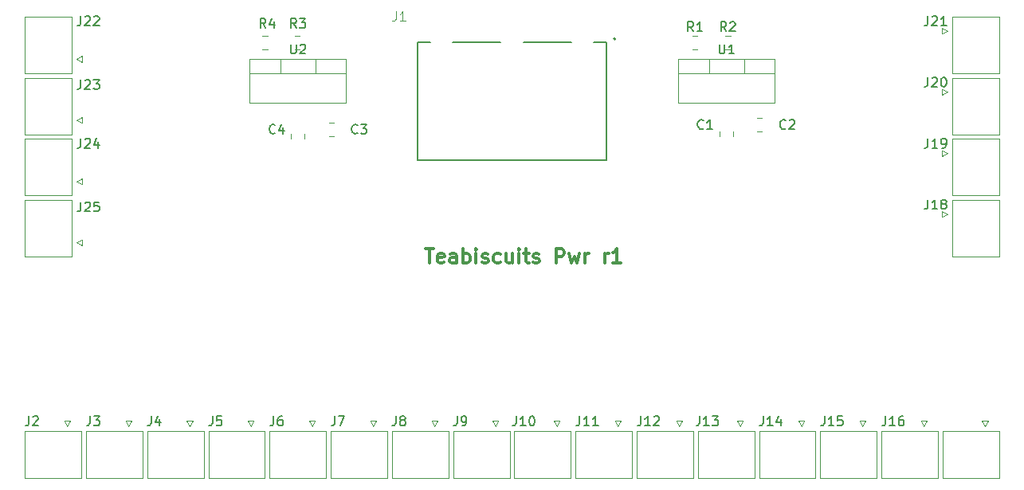
<source format=gto>
G04 #@! TF.GenerationSoftware,KiCad,Pcbnew,5.1.5*
G04 #@! TF.CreationDate,2020-07-12T00:47:12+09:00*
G04 #@! TF.ProjectId,teabiscuits_power,74656162-6973-4637-9569-74735f706f77,rev?*
G04 #@! TF.SameCoordinates,Original*
G04 #@! TF.FileFunction,Legend,Top*
G04 #@! TF.FilePolarity,Positive*
%FSLAX46Y46*%
G04 Gerber Fmt 4.6, Leading zero omitted, Abs format (unit mm)*
G04 Created by KiCad (PCBNEW 5.1.5) date 2020-07-12 00:47:12*
%MOMM*%
%LPD*%
G04 APERTURE LIST*
%ADD10C,0.300000*%
%ADD11C,0.120000*%
%ADD12C,0.127000*%
%ADD13C,0.200000*%
%ADD14C,0.150000*%
%ADD15C,0.015000*%
G04 APERTURE END LIST*
D10*
X141821428Y-92428571D02*
X142678571Y-92428571D01*
X142250000Y-93928571D02*
X142250000Y-92428571D01*
X143750000Y-93857142D02*
X143607142Y-93928571D01*
X143321428Y-93928571D01*
X143178571Y-93857142D01*
X143107142Y-93714285D01*
X143107142Y-93142857D01*
X143178571Y-93000000D01*
X143321428Y-92928571D01*
X143607142Y-92928571D01*
X143750000Y-93000000D01*
X143821428Y-93142857D01*
X143821428Y-93285714D01*
X143107142Y-93428571D01*
X145107142Y-93928571D02*
X145107142Y-93142857D01*
X145035714Y-93000000D01*
X144892857Y-92928571D01*
X144607142Y-92928571D01*
X144464285Y-93000000D01*
X145107142Y-93857142D02*
X144964285Y-93928571D01*
X144607142Y-93928571D01*
X144464285Y-93857142D01*
X144392857Y-93714285D01*
X144392857Y-93571428D01*
X144464285Y-93428571D01*
X144607142Y-93357142D01*
X144964285Y-93357142D01*
X145107142Y-93285714D01*
X145821428Y-93928571D02*
X145821428Y-92428571D01*
X145821428Y-93000000D02*
X145964285Y-92928571D01*
X146250000Y-92928571D01*
X146392857Y-93000000D01*
X146464285Y-93071428D01*
X146535714Y-93214285D01*
X146535714Y-93642857D01*
X146464285Y-93785714D01*
X146392857Y-93857142D01*
X146250000Y-93928571D01*
X145964285Y-93928571D01*
X145821428Y-93857142D01*
X147178571Y-93928571D02*
X147178571Y-92928571D01*
X147178571Y-92428571D02*
X147107142Y-92500000D01*
X147178571Y-92571428D01*
X147250000Y-92500000D01*
X147178571Y-92428571D01*
X147178571Y-92571428D01*
X147821428Y-93857142D02*
X147964285Y-93928571D01*
X148250000Y-93928571D01*
X148392857Y-93857142D01*
X148464285Y-93714285D01*
X148464285Y-93642857D01*
X148392857Y-93500000D01*
X148250000Y-93428571D01*
X148035714Y-93428571D01*
X147892857Y-93357142D01*
X147821428Y-93214285D01*
X147821428Y-93142857D01*
X147892857Y-93000000D01*
X148035714Y-92928571D01*
X148250000Y-92928571D01*
X148392857Y-93000000D01*
X149750000Y-93857142D02*
X149607142Y-93928571D01*
X149321428Y-93928571D01*
X149178571Y-93857142D01*
X149107142Y-93785714D01*
X149035714Y-93642857D01*
X149035714Y-93214285D01*
X149107142Y-93071428D01*
X149178571Y-93000000D01*
X149321428Y-92928571D01*
X149607142Y-92928571D01*
X149750000Y-93000000D01*
X151035714Y-92928571D02*
X151035714Y-93928571D01*
X150392857Y-92928571D02*
X150392857Y-93714285D01*
X150464285Y-93857142D01*
X150607142Y-93928571D01*
X150821428Y-93928571D01*
X150964285Y-93857142D01*
X151035714Y-93785714D01*
X151750000Y-93928571D02*
X151750000Y-92928571D01*
X151750000Y-92428571D02*
X151678571Y-92500000D01*
X151750000Y-92571428D01*
X151821428Y-92500000D01*
X151750000Y-92428571D01*
X151750000Y-92571428D01*
X152250000Y-92928571D02*
X152821428Y-92928571D01*
X152464285Y-92428571D02*
X152464285Y-93714285D01*
X152535714Y-93857142D01*
X152678571Y-93928571D01*
X152821428Y-93928571D01*
X153250000Y-93857142D02*
X153392857Y-93928571D01*
X153678571Y-93928571D01*
X153821428Y-93857142D01*
X153892857Y-93714285D01*
X153892857Y-93642857D01*
X153821428Y-93500000D01*
X153678571Y-93428571D01*
X153464285Y-93428571D01*
X153321428Y-93357142D01*
X153250000Y-93214285D01*
X153250000Y-93142857D01*
X153321428Y-93000000D01*
X153464285Y-92928571D01*
X153678571Y-92928571D01*
X153821428Y-93000000D01*
X155678571Y-93928571D02*
X155678571Y-92428571D01*
X156250000Y-92428571D01*
X156392857Y-92500000D01*
X156464285Y-92571428D01*
X156535714Y-92714285D01*
X156535714Y-92928571D01*
X156464285Y-93071428D01*
X156392857Y-93142857D01*
X156250000Y-93214285D01*
X155678571Y-93214285D01*
X157035714Y-92928571D02*
X157321428Y-93928571D01*
X157607142Y-93214285D01*
X157892857Y-93928571D01*
X158178571Y-92928571D01*
X158750000Y-93928571D02*
X158750000Y-92928571D01*
X158750000Y-93214285D02*
X158821428Y-93071428D01*
X158892857Y-93000000D01*
X159035714Y-92928571D01*
X159178571Y-92928571D01*
X160821428Y-93928571D02*
X160821428Y-92928571D01*
X160821428Y-93214285D02*
X160892857Y-93071428D01*
X160964285Y-93000000D01*
X161107142Y-92928571D01*
X161250000Y-92928571D01*
X162535714Y-93928571D02*
X161678571Y-93928571D01*
X162107142Y-93928571D02*
X162107142Y-92428571D01*
X161964285Y-92642857D01*
X161821428Y-92785714D01*
X161678571Y-92857142D01*
D11*
X130101000Y-72230000D02*
X130101000Y-73740000D01*
X126400000Y-72230000D02*
X126400000Y-73740000D01*
X123130000Y-73740000D02*
X133370000Y-73740000D01*
X133370000Y-72230000D02*
X133370000Y-76871000D01*
X123130000Y-72230000D02*
X123130000Y-76871000D01*
X123130000Y-76871000D02*
X133370000Y-76871000D01*
X123130000Y-72230000D02*
X133370000Y-72230000D01*
X175641000Y-72230000D02*
X175641000Y-73740000D01*
X171940000Y-72230000D02*
X171940000Y-73740000D01*
X168670000Y-73740000D02*
X178910000Y-73740000D01*
X178910000Y-72230000D02*
X178910000Y-76871000D01*
X168670000Y-72230000D02*
X168670000Y-76871000D01*
X168670000Y-76871000D02*
X178910000Y-76871000D01*
X168670000Y-72230000D02*
X178910000Y-72230000D01*
X125008578Y-69790000D02*
X124491422Y-69790000D01*
X125008578Y-71210000D02*
X124491422Y-71210000D01*
X128446078Y-69790000D02*
X127928922Y-69790000D01*
X128446078Y-71210000D02*
X127928922Y-71210000D01*
X173678922Y-71210000D02*
X174196078Y-71210000D01*
X173678922Y-69790000D02*
X174196078Y-69790000D01*
X170178922Y-71210000D02*
X170696078Y-71210000D01*
X170178922Y-69790000D02*
X170696078Y-69790000D01*
X127540000Y-80178922D02*
X127540000Y-80696078D01*
X128960000Y-80178922D02*
X128960000Y-80696078D01*
X131553922Y-80460000D02*
X132071078Y-80460000D01*
X131553922Y-79040000D02*
X132071078Y-79040000D01*
X176991422Y-79960000D02*
X177508578Y-79960000D01*
X176991422Y-78540000D02*
X177508578Y-78540000D01*
X173040000Y-79928922D02*
X173040000Y-80446078D01*
X174460000Y-79928922D02*
X174460000Y-80446078D01*
X99250000Y-93250000D02*
X104250000Y-93250000D01*
X99250000Y-87250000D02*
X99250000Y-93250000D01*
X104250000Y-87250000D02*
X99250000Y-87250000D01*
X104250000Y-93250000D02*
X104250000Y-87250000D01*
X104750000Y-91750000D02*
X105350000Y-92050000D01*
X105350000Y-92050000D02*
X105350000Y-91450000D01*
X105350000Y-91450000D02*
X104750000Y-91750000D01*
X99250000Y-86750000D02*
X104250000Y-86750000D01*
X99250000Y-80750000D02*
X99250000Y-86750000D01*
X104250000Y-80750000D02*
X99250000Y-80750000D01*
X104250000Y-86750000D02*
X104250000Y-80750000D01*
X104750000Y-85250000D02*
X105350000Y-85550000D01*
X105350000Y-85550000D02*
X105350000Y-84950000D01*
X105350000Y-84950000D02*
X104750000Y-85250000D01*
X99250000Y-80250000D02*
X104250000Y-80250000D01*
X99250000Y-74250000D02*
X99250000Y-80250000D01*
X104250000Y-74250000D02*
X99250000Y-74250000D01*
X104250000Y-80250000D02*
X104250000Y-74250000D01*
X104750000Y-78750000D02*
X105350000Y-79050000D01*
X105350000Y-79050000D02*
X105350000Y-78450000D01*
X105350000Y-78450000D02*
X104750000Y-78750000D01*
X99250000Y-73750000D02*
X104250000Y-73750000D01*
X99250000Y-67750000D02*
X99250000Y-73750000D01*
X104250000Y-67750000D02*
X99250000Y-67750000D01*
X104250000Y-73750000D02*
X104250000Y-67750000D01*
X104750000Y-72250000D02*
X105350000Y-72550000D01*
X105350000Y-72550000D02*
X105350000Y-71950000D01*
X105350000Y-71950000D02*
X104750000Y-72250000D01*
X202750000Y-67750000D02*
X197750000Y-67750000D01*
X202750000Y-73750000D02*
X202750000Y-67750000D01*
X197750000Y-73750000D02*
X202750000Y-73750000D01*
X197750000Y-67750000D02*
X197750000Y-73750000D01*
X197250000Y-69250000D02*
X196650000Y-68950000D01*
X196650000Y-68950000D02*
X196650000Y-69550000D01*
X196650000Y-69550000D02*
X197250000Y-69250000D01*
X202750000Y-74250000D02*
X197750000Y-74250000D01*
X202750000Y-80250000D02*
X202750000Y-74250000D01*
X197750000Y-80250000D02*
X202750000Y-80250000D01*
X197750000Y-74250000D02*
X197750000Y-80250000D01*
X197250000Y-75750000D02*
X196650000Y-75450000D01*
X196650000Y-75450000D02*
X196650000Y-76050000D01*
X196650000Y-76050000D02*
X197250000Y-75750000D01*
X202750000Y-80750000D02*
X197750000Y-80750000D01*
X202750000Y-86750000D02*
X202750000Y-80750000D01*
X197750000Y-86750000D02*
X202750000Y-86750000D01*
X197750000Y-80750000D02*
X197750000Y-86750000D01*
X197250000Y-82250000D02*
X196650000Y-81950000D01*
X196650000Y-81950000D02*
X196650000Y-82550000D01*
X196650000Y-82550000D02*
X197250000Y-82250000D01*
X202750000Y-87250000D02*
X197750000Y-87250000D01*
X202750000Y-93250000D02*
X202750000Y-87250000D01*
X197750000Y-93250000D02*
X202750000Y-93250000D01*
X197750000Y-87250000D02*
X197750000Y-93250000D01*
X197250000Y-88750000D02*
X196650000Y-88450000D01*
X196650000Y-88450000D02*
X196650000Y-89050000D01*
X196650000Y-89050000D02*
X197250000Y-88750000D01*
X202750000Y-116750000D02*
X202750000Y-111750000D01*
X196750000Y-116750000D02*
X202750000Y-116750000D01*
X196750000Y-111750000D02*
X196750000Y-116750000D01*
X202750000Y-111750000D02*
X196750000Y-111750000D01*
X201250000Y-111250000D02*
X201550000Y-110650000D01*
X201550000Y-110650000D02*
X200950000Y-110650000D01*
X200950000Y-110650000D02*
X201250000Y-111250000D01*
X196250000Y-116750000D02*
X196250000Y-111750000D01*
X190250000Y-116750000D02*
X196250000Y-116750000D01*
X190250000Y-111750000D02*
X190250000Y-116750000D01*
X196250000Y-111750000D02*
X190250000Y-111750000D01*
X194750000Y-111250000D02*
X195050000Y-110650000D01*
X195050000Y-110650000D02*
X194450000Y-110650000D01*
X194450000Y-110650000D02*
X194750000Y-111250000D01*
X189750000Y-116750000D02*
X189750000Y-111750000D01*
X183750000Y-116750000D02*
X189750000Y-116750000D01*
X183750000Y-111750000D02*
X183750000Y-116750000D01*
X189750000Y-111750000D02*
X183750000Y-111750000D01*
X188250000Y-111250000D02*
X188550000Y-110650000D01*
X188550000Y-110650000D02*
X187950000Y-110650000D01*
X187950000Y-110650000D02*
X188250000Y-111250000D01*
X183250000Y-116750000D02*
X183250000Y-111750000D01*
X177250000Y-116750000D02*
X183250000Y-116750000D01*
X177250000Y-111750000D02*
X177250000Y-116750000D01*
X183250000Y-111750000D02*
X177250000Y-111750000D01*
X181750000Y-111250000D02*
X182050000Y-110650000D01*
X182050000Y-110650000D02*
X181450000Y-110650000D01*
X181450000Y-110650000D02*
X181750000Y-111250000D01*
X176750000Y-116750000D02*
X176750000Y-111750000D01*
X170750000Y-116750000D02*
X176750000Y-116750000D01*
X170750000Y-111750000D02*
X170750000Y-116750000D01*
X176750000Y-111750000D02*
X170750000Y-111750000D01*
X175250000Y-111250000D02*
X175550000Y-110650000D01*
X175550000Y-110650000D02*
X174950000Y-110650000D01*
X174950000Y-110650000D02*
X175250000Y-111250000D01*
X170250000Y-116750000D02*
X170250000Y-111750000D01*
X164250000Y-116750000D02*
X170250000Y-116750000D01*
X164250000Y-111750000D02*
X164250000Y-116750000D01*
X170250000Y-111750000D02*
X164250000Y-111750000D01*
X168750000Y-111250000D02*
X169050000Y-110650000D01*
X169050000Y-110650000D02*
X168450000Y-110650000D01*
X168450000Y-110650000D02*
X168750000Y-111250000D01*
X163750000Y-116750000D02*
X163750000Y-111750000D01*
X157750000Y-116750000D02*
X163750000Y-116750000D01*
X157750000Y-111750000D02*
X157750000Y-116750000D01*
X163750000Y-111750000D02*
X157750000Y-111750000D01*
X162250000Y-111250000D02*
X162550000Y-110650000D01*
X162550000Y-110650000D02*
X161950000Y-110650000D01*
X161950000Y-110650000D02*
X162250000Y-111250000D01*
X157250000Y-116750000D02*
X157250000Y-111750000D01*
X151250000Y-116750000D02*
X157250000Y-116750000D01*
X151250000Y-111750000D02*
X151250000Y-116750000D01*
X157250000Y-111750000D02*
X151250000Y-111750000D01*
X155750000Y-111250000D02*
X156050000Y-110650000D01*
X156050000Y-110650000D02*
X155450000Y-110650000D01*
X155450000Y-110650000D02*
X155750000Y-111250000D01*
X150750000Y-116750000D02*
X150750000Y-111750000D01*
X144750000Y-116750000D02*
X150750000Y-116750000D01*
X144750000Y-111750000D02*
X144750000Y-116750000D01*
X150750000Y-111750000D02*
X144750000Y-111750000D01*
X149250000Y-111250000D02*
X149550000Y-110650000D01*
X149550000Y-110650000D02*
X148950000Y-110650000D01*
X148950000Y-110650000D02*
X149250000Y-111250000D01*
X144250000Y-116750000D02*
X144250000Y-111750000D01*
X138250000Y-116750000D02*
X144250000Y-116750000D01*
X138250000Y-111750000D02*
X138250000Y-116750000D01*
X144250000Y-111750000D02*
X138250000Y-111750000D01*
X142750000Y-111250000D02*
X143050000Y-110650000D01*
X143050000Y-110650000D02*
X142450000Y-110650000D01*
X142450000Y-110650000D02*
X142750000Y-111250000D01*
X137750000Y-116750000D02*
X137750000Y-111750000D01*
X131750000Y-116750000D02*
X137750000Y-116750000D01*
X131750000Y-111750000D02*
X131750000Y-116750000D01*
X137750000Y-111750000D02*
X131750000Y-111750000D01*
X136250000Y-111250000D02*
X136550000Y-110650000D01*
X136550000Y-110650000D02*
X135950000Y-110650000D01*
X135950000Y-110650000D02*
X136250000Y-111250000D01*
X131250000Y-116750000D02*
X131250000Y-111750000D01*
X125250000Y-116750000D02*
X131250000Y-116750000D01*
X125250000Y-111750000D02*
X125250000Y-116750000D01*
X131250000Y-111750000D02*
X125250000Y-111750000D01*
X129750000Y-111250000D02*
X130050000Y-110650000D01*
X130050000Y-110650000D02*
X129450000Y-110650000D01*
X129450000Y-110650000D02*
X129750000Y-111250000D01*
X124750000Y-116750000D02*
X124750000Y-111750000D01*
X118750000Y-116750000D02*
X124750000Y-116750000D01*
X118750000Y-111750000D02*
X118750000Y-116750000D01*
X124750000Y-111750000D02*
X118750000Y-111750000D01*
X123250000Y-111250000D02*
X123550000Y-110650000D01*
X123550000Y-110650000D02*
X122950000Y-110650000D01*
X122950000Y-110650000D02*
X123250000Y-111250000D01*
X118250000Y-116750000D02*
X118250000Y-111750000D01*
X112250000Y-116750000D02*
X118250000Y-116750000D01*
X112250000Y-111750000D02*
X112250000Y-116750000D01*
X118250000Y-111750000D02*
X112250000Y-111750000D01*
X116750000Y-111250000D02*
X117050000Y-110650000D01*
X117050000Y-110650000D02*
X116450000Y-110650000D01*
X116450000Y-110650000D02*
X116750000Y-111250000D01*
X111750000Y-116750000D02*
X111750000Y-111750000D01*
X105750000Y-116750000D02*
X111750000Y-116750000D01*
X105750000Y-111750000D02*
X105750000Y-116750000D01*
X111750000Y-111750000D02*
X105750000Y-111750000D01*
X110250000Y-111250000D02*
X110550000Y-110650000D01*
X110550000Y-110650000D02*
X109950000Y-110650000D01*
X109950000Y-110650000D02*
X110250000Y-111250000D01*
X105250000Y-116750000D02*
X105250000Y-111750000D01*
X99250000Y-116750000D02*
X105250000Y-116750000D01*
X99250000Y-111750000D02*
X99250000Y-116750000D01*
X105250000Y-111750000D02*
X99250000Y-111750000D01*
X103750000Y-111250000D02*
X104050000Y-110650000D01*
X104050000Y-110650000D02*
X103450000Y-110650000D01*
X103450000Y-110650000D02*
X103750000Y-111250000D01*
D12*
X161000000Y-70500000D02*
X159700000Y-70500000D01*
X152200000Y-70500000D02*
X157300000Y-70500000D01*
X144700000Y-70500000D02*
X149800000Y-70500000D01*
X141000000Y-70500000D02*
X142300000Y-70500000D01*
D13*
X162000000Y-70100000D02*
G75*
G03X162000000Y-70100000I-100000J0D01*
G01*
D12*
X161000000Y-83000000D02*
X161000000Y-70500000D01*
X141000000Y-83000000D02*
X161000000Y-83000000D01*
X141000000Y-70500000D02*
X141000000Y-83000000D01*
D14*
X127488095Y-70682380D02*
X127488095Y-71491904D01*
X127535714Y-71587142D01*
X127583333Y-71634761D01*
X127678571Y-71682380D01*
X127869047Y-71682380D01*
X127964285Y-71634761D01*
X128011904Y-71587142D01*
X128059523Y-71491904D01*
X128059523Y-70682380D01*
X128488095Y-70777619D02*
X128535714Y-70730000D01*
X128630952Y-70682380D01*
X128869047Y-70682380D01*
X128964285Y-70730000D01*
X129011904Y-70777619D01*
X129059523Y-70872857D01*
X129059523Y-70968095D01*
X129011904Y-71110952D01*
X128440476Y-71682380D01*
X129059523Y-71682380D01*
X173028095Y-70682380D02*
X173028095Y-71491904D01*
X173075714Y-71587142D01*
X173123333Y-71634761D01*
X173218571Y-71682380D01*
X173409047Y-71682380D01*
X173504285Y-71634761D01*
X173551904Y-71587142D01*
X173599523Y-71491904D01*
X173599523Y-70682380D01*
X174599523Y-71682380D02*
X174028095Y-71682380D01*
X174313809Y-71682380D02*
X174313809Y-70682380D01*
X174218571Y-70825238D01*
X174123333Y-70920476D01*
X174028095Y-70968095D01*
X124833333Y-68952380D02*
X124500000Y-68476190D01*
X124261904Y-68952380D02*
X124261904Y-67952380D01*
X124642857Y-67952380D01*
X124738095Y-68000000D01*
X124785714Y-68047619D01*
X124833333Y-68142857D01*
X124833333Y-68285714D01*
X124785714Y-68380952D01*
X124738095Y-68428571D01*
X124642857Y-68476190D01*
X124261904Y-68476190D01*
X125690476Y-68285714D02*
X125690476Y-68952380D01*
X125452380Y-67904761D02*
X125214285Y-68619047D01*
X125833333Y-68619047D01*
X128083333Y-68952380D02*
X127750000Y-68476190D01*
X127511904Y-68952380D02*
X127511904Y-67952380D01*
X127892857Y-67952380D01*
X127988095Y-68000000D01*
X128035714Y-68047619D01*
X128083333Y-68142857D01*
X128083333Y-68285714D01*
X128035714Y-68380952D01*
X127988095Y-68428571D01*
X127892857Y-68476190D01*
X127511904Y-68476190D01*
X128416666Y-67952380D02*
X129035714Y-67952380D01*
X128702380Y-68333333D01*
X128845238Y-68333333D01*
X128940476Y-68380952D01*
X128988095Y-68428571D01*
X129035714Y-68523809D01*
X129035714Y-68761904D01*
X128988095Y-68857142D01*
X128940476Y-68904761D01*
X128845238Y-68952380D01*
X128559523Y-68952380D01*
X128464285Y-68904761D01*
X128416666Y-68857142D01*
X173770833Y-69302380D02*
X173437500Y-68826190D01*
X173199404Y-69302380D02*
X173199404Y-68302380D01*
X173580357Y-68302380D01*
X173675595Y-68350000D01*
X173723214Y-68397619D01*
X173770833Y-68492857D01*
X173770833Y-68635714D01*
X173723214Y-68730952D01*
X173675595Y-68778571D01*
X173580357Y-68826190D01*
X173199404Y-68826190D01*
X174151785Y-68397619D02*
X174199404Y-68350000D01*
X174294642Y-68302380D01*
X174532738Y-68302380D01*
X174627976Y-68350000D01*
X174675595Y-68397619D01*
X174723214Y-68492857D01*
X174723214Y-68588095D01*
X174675595Y-68730952D01*
X174104166Y-69302380D01*
X174723214Y-69302380D01*
X170270833Y-69302380D02*
X169937500Y-68826190D01*
X169699404Y-69302380D02*
X169699404Y-68302380D01*
X170080357Y-68302380D01*
X170175595Y-68350000D01*
X170223214Y-68397619D01*
X170270833Y-68492857D01*
X170270833Y-68635714D01*
X170223214Y-68730952D01*
X170175595Y-68778571D01*
X170080357Y-68826190D01*
X169699404Y-68826190D01*
X171223214Y-69302380D02*
X170651785Y-69302380D01*
X170937500Y-69302380D02*
X170937500Y-68302380D01*
X170842261Y-68445238D01*
X170747023Y-68540476D01*
X170651785Y-68588095D01*
X125833333Y-80107142D02*
X125785714Y-80154761D01*
X125642857Y-80202380D01*
X125547619Y-80202380D01*
X125404761Y-80154761D01*
X125309523Y-80059523D01*
X125261904Y-79964285D01*
X125214285Y-79773809D01*
X125214285Y-79630952D01*
X125261904Y-79440476D01*
X125309523Y-79345238D01*
X125404761Y-79250000D01*
X125547619Y-79202380D01*
X125642857Y-79202380D01*
X125785714Y-79250000D01*
X125833333Y-79297619D01*
X126690476Y-79535714D02*
X126690476Y-80202380D01*
X126452380Y-79154761D02*
X126214285Y-79869047D01*
X126833333Y-79869047D01*
X134583333Y-80107142D02*
X134535714Y-80154761D01*
X134392857Y-80202380D01*
X134297619Y-80202380D01*
X134154761Y-80154761D01*
X134059523Y-80059523D01*
X134011904Y-79964285D01*
X133964285Y-79773809D01*
X133964285Y-79630952D01*
X134011904Y-79440476D01*
X134059523Y-79345238D01*
X134154761Y-79250000D01*
X134297619Y-79202380D01*
X134392857Y-79202380D01*
X134535714Y-79250000D01*
X134583333Y-79297619D01*
X134916666Y-79202380D02*
X135535714Y-79202380D01*
X135202380Y-79583333D01*
X135345238Y-79583333D01*
X135440476Y-79630952D01*
X135488095Y-79678571D01*
X135535714Y-79773809D01*
X135535714Y-80011904D01*
X135488095Y-80107142D01*
X135440476Y-80154761D01*
X135345238Y-80202380D01*
X135059523Y-80202380D01*
X134964285Y-80154761D01*
X134916666Y-80107142D01*
X180083333Y-79607142D02*
X180035714Y-79654761D01*
X179892857Y-79702380D01*
X179797619Y-79702380D01*
X179654761Y-79654761D01*
X179559523Y-79559523D01*
X179511904Y-79464285D01*
X179464285Y-79273809D01*
X179464285Y-79130952D01*
X179511904Y-78940476D01*
X179559523Y-78845238D01*
X179654761Y-78750000D01*
X179797619Y-78702380D01*
X179892857Y-78702380D01*
X180035714Y-78750000D01*
X180083333Y-78797619D01*
X180464285Y-78797619D02*
X180511904Y-78750000D01*
X180607142Y-78702380D01*
X180845238Y-78702380D01*
X180940476Y-78750000D01*
X180988095Y-78797619D01*
X181035714Y-78892857D01*
X181035714Y-78988095D01*
X180988095Y-79130952D01*
X180416666Y-79702380D01*
X181035714Y-79702380D01*
X171333333Y-79607142D02*
X171285714Y-79654761D01*
X171142857Y-79702380D01*
X171047619Y-79702380D01*
X170904761Y-79654761D01*
X170809523Y-79559523D01*
X170761904Y-79464285D01*
X170714285Y-79273809D01*
X170714285Y-79130952D01*
X170761904Y-78940476D01*
X170809523Y-78845238D01*
X170904761Y-78750000D01*
X171047619Y-78702380D01*
X171142857Y-78702380D01*
X171285714Y-78750000D01*
X171333333Y-78797619D01*
X172285714Y-79702380D02*
X171714285Y-79702380D01*
X172000000Y-79702380D02*
X172000000Y-78702380D01*
X171904761Y-78845238D01*
X171809523Y-78940476D01*
X171714285Y-78988095D01*
X105190476Y-87452380D02*
X105190476Y-88166666D01*
X105142857Y-88309523D01*
X105047619Y-88404761D01*
X104904761Y-88452380D01*
X104809523Y-88452380D01*
X105619047Y-87547619D02*
X105666666Y-87500000D01*
X105761904Y-87452380D01*
X106000000Y-87452380D01*
X106095238Y-87500000D01*
X106142857Y-87547619D01*
X106190476Y-87642857D01*
X106190476Y-87738095D01*
X106142857Y-87880952D01*
X105571428Y-88452380D01*
X106190476Y-88452380D01*
X107095238Y-87452380D02*
X106619047Y-87452380D01*
X106571428Y-87928571D01*
X106619047Y-87880952D01*
X106714285Y-87833333D01*
X106952380Y-87833333D01*
X107047619Y-87880952D01*
X107095238Y-87928571D01*
X107142857Y-88023809D01*
X107142857Y-88261904D01*
X107095238Y-88357142D01*
X107047619Y-88404761D01*
X106952380Y-88452380D01*
X106714285Y-88452380D01*
X106619047Y-88404761D01*
X106571428Y-88357142D01*
X105190476Y-80702380D02*
X105190476Y-81416666D01*
X105142857Y-81559523D01*
X105047619Y-81654761D01*
X104904761Y-81702380D01*
X104809523Y-81702380D01*
X105619047Y-80797619D02*
X105666666Y-80750000D01*
X105761904Y-80702380D01*
X106000000Y-80702380D01*
X106095238Y-80750000D01*
X106142857Y-80797619D01*
X106190476Y-80892857D01*
X106190476Y-80988095D01*
X106142857Y-81130952D01*
X105571428Y-81702380D01*
X106190476Y-81702380D01*
X107047619Y-81035714D02*
X107047619Y-81702380D01*
X106809523Y-80654761D02*
X106571428Y-81369047D01*
X107190476Y-81369047D01*
X105190476Y-74452380D02*
X105190476Y-75166666D01*
X105142857Y-75309523D01*
X105047619Y-75404761D01*
X104904761Y-75452380D01*
X104809523Y-75452380D01*
X105619047Y-74547619D02*
X105666666Y-74500000D01*
X105761904Y-74452380D01*
X106000000Y-74452380D01*
X106095238Y-74500000D01*
X106142857Y-74547619D01*
X106190476Y-74642857D01*
X106190476Y-74738095D01*
X106142857Y-74880952D01*
X105571428Y-75452380D01*
X106190476Y-75452380D01*
X106523809Y-74452380D02*
X107142857Y-74452380D01*
X106809523Y-74833333D01*
X106952380Y-74833333D01*
X107047619Y-74880952D01*
X107095238Y-74928571D01*
X107142857Y-75023809D01*
X107142857Y-75261904D01*
X107095238Y-75357142D01*
X107047619Y-75404761D01*
X106952380Y-75452380D01*
X106666666Y-75452380D01*
X106571428Y-75404761D01*
X106523809Y-75357142D01*
X105190476Y-67702380D02*
X105190476Y-68416666D01*
X105142857Y-68559523D01*
X105047619Y-68654761D01*
X104904761Y-68702380D01*
X104809523Y-68702380D01*
X105619047Y-67797619D02*
X105666666Y-67750000D01*
X105761904Y-67702380D01*
X106000000Y-67702380D01*
X106095238Y-67750000D01*
X106142857Y-67797619D01*
X106190476Y-67892857D01*
X106190476Y-67988095D01*
X106142857Y-68130952D01*
X105571428Y-68702380D01*
X106190476Y-68702380D01*
X106571428Y-67797619D02*
X106619047Y-67750000D01*
X106714285Y-67702380D01*
X106952380Y-67702380D01*
X107047619Y-67750000D01*
X107095238Y-67797619D01*
X107142857Y-67892857D01*
X107142857Y-67988095D01*
X107095238Y-68130952D01*
X106523809Y-68702380D01*
X107142857Y-68702380D01*
X195190476Y-67702380D02*
X195190476Y-68416666D01*
X195142857Y-68559523D01*
X195047619Y-68654761D01*
X194904761Y-68702380D01*
X194809523Y-68702380D01*
X195619047Y-67797619D02*
X195666666Y-67750000D01*
X195761904Y-67702380D01*
X196000000Y-67702380D01*
X196095238Y-67750000D01*
X196142857Y-67797619D01*
X196190476Y-67892857D01*
X196190476Y-67988095D01*
X196142857Y-68130952D01*
X195571428Y-68702380D01*
X196190476Y-68702380D01*
X197142857Y-68702380D02*
X196571428Y-68702380D01*
X196857142Y-68702380D02*
X196857142Y-67702380D01*
X196761904Y-67845238D01*
X196666666Y-67940476D01*
X196571428Y-67988095D01*
X195190476Y-74202380D02*
X195190476Y-74916666D01*
X195142857Y-75059523D01*
X195047619Y-75154761D01*
X194904761Y-75202380D01*
X194809523Y-75202380D01*
X195619047Y-74297619D02*
X195666666Y-74250000D01*
X195761904Y-74202380D01*
X196000000Y-74202380D01*
X196095238Y-74250000D01*
X196142857Y-74297619D01*
X196190476Y-74392857D01*
X196190476Y-74488095D01*
X196142857Y-74630952D01*
X195571428Y-75202380D01*
X196190476Y-75202380D01*
X196809523Y-74202380D02*
X196904761Y-74202380D01*
X197000000Y-74250000D01*
X197047619Y-74297619D01*
X197095238Y-74392857D01*
X197142857Y-74583333D01*
X197142857Y-74821428D01*
X197095238Y-75011904D01*
X197047619Y-75107142D01*
X197000000Y-75154761D01*
X196904761Y-75202380D01*
X196809523Y-75202380D01*
X196714285Y-75154761D01*
X196666666Y-75107142D01*
X196619047Y-75011904D01*
X196571428Y-74821428D01*
X196571428Y-74583333D01*
X196619047Y-74392857D01*
X196666666Y-74297619D01*
X196714285Y-74250000D01*
X196809523Y-74202380D01*
X195190476Y-80702380D02*
X195190476Y-81416666D01*
X195142857Y-81559523D01*
X195047619Y-81654761D01*
X194904761Y-81702380D01*
X194809523Y-81702380D01*
X196190476Y-81702380D02*
X195619047Y-81702380D01*
X195904761Y-81702380D02*
X195904761Y-80702380D01*
X195809523Y-80845238D01*
X195714285Y-80940476D01*
X195619047Y-80988095D01*
X196666666Y-81702380D02*
X196857142Y-81702380D01*
X196952380Y-81654761D01*
X197000000Y-81607142D01*
X197095238Y-81464285D01*
X197142857Y-81273809D01*
X197142857Y-80892857D01*
X197095238Y-80797619D01*
X197047619Y-80750000D01*
X196952380Y-80702380D01*
X196761904Y-80702380D01*
X196666666Y-80750000D01*
X196619047Y-80797619D01*
X196571428Y-80892857D01*
X196571428Y-81130952D01*
X196619047Y-81226190D01*
X196666666Y-81273809D01*
X196761904Y-81321428D01*
X196952380Y-81321428D01*
X197047619Y-81273809D01*
X197095238Y-81226190D01*
X197142857Y-81130952D01*
X195190476Y-87202380D02*
X195190476Y-87916666D01*
X195142857Y-88059523D01*
X195047619Y-88154761D01*
X194904761Y-88202380D01*
X194809523Y-88202380D01*
X196190476Y-88202380D02*
X195619047Y-88202380D01*
X195904761Y-88202380D02*
X195904761Y-87202380D01*
X195809523Y-87345238D01*
X195714285Y-87440476D01*
X195619047Y-87488095D01*
X196761904Y-87630952D02*
X196666666Y-87583333D01*
X196619047Y-87535714D01*
X196571428Y-87440476D01*
X196571428Y-87392857D01*
X196619047Y-87297619D01*
X196666666Y-87250000D01*
X196761904Y-87202380D01*
X196952380Y-87202380D01*
X197047619Y-87250000D01*
X197095238Y-87297619D01*
X197142857Y-87392857D01*
X197142857Y-87440476D01*
X197095238Y-87535714D01*
X197047619Y-87583333D01*
X196952380Y-87630952D01*
X196761904Y-87630952D01*
X196666666Y-87678571D01*
X196619047Y-87726190D01*
X196571428Y-87821428D01*
X196571428Y-88011904D01*
X196619047Y-88107142D01*
X196666666Y-88154761D01*
X196761904Y-88202380D01*
X196952380Y-88202380D01*
X197047619Y-88154761D01*
X197095238Y-88107142D01*
X197142857Y-88011904D01*
X197142857Y-87821428D01*
X197095238Y-87726190D01*
X197047619Y-87678571D01*
X196952380Y-87630952D01*
X190690476Y-110202380D02*
X190690476Y-110916666D01*
X190642857Y-111059523D01*
X190547619Y-111154761D01*
X190404761Y-111202380D01*
X190309523Y-111202380D01*
X191690476Y-111202380D02*
X191119047Y-111202380D01*
X191404761Y-111202380D02*
X191404761Y-110202380D01*
X191309523Y-110345238D01*
X191214285Y-110440476D01*
X191119047Y-110488095D01*
X192547619Y-110202380D02*
X192357142Y-110202380D01*
X192261904Y-110250000D01*
X192214285Y-110297619D01*
X192119047Y-110440476D01*
X192071428Y-110630952D01*
X192071428Y-111011904D01*
X192119047Y-111107142D01*
X192166666Y-111154761D01*
X192261904Y-111202380D01*
X192452380Y-111202380D01*
X192547619Y-111154761D01*
X192595238Y-111107142D01*
X192642857Y-111011904D01*
X192642857Y-110773809D01*
X192595238Y-110678571D01*
X192547619Y-110630952D01*
X192452380Y-110583333D01*
X192261904Y-110583333D01*
X192166666Y-110630952D01*
X192119047Y-110678571D01*
X192071428Y-110773809D01*
X184190476Y-110202380D02*
X184190476Y-110916666D01*
X184142857Y-111059523D01*
X184047619Y-111154761D01*
X183904761Y-111202380D01*
X183809523Y-111202380D01*
X185190476Y-111202380D02*
X184619047Y-111202380D01*
X184904761Y-111202380D02*
X184904761Y-110202380D01*
X184809523Y-110345238D01*
X184714285Y-110440476D01*
X184619047Y-110488095D01*
X186095238Y-110202380D02*
X185619047Y-110202380D01*
X185571428Y-110678571D01*
X185619047Y-110630952D01*
X185714285Y-110583333D01*
X185952380Y-110583333D01*
X186047619Y-110630952D01*
X186095238Y-110678571D01*
X186142857Y-110773809D01*
X186142857Y-111011904D01*
X186095238Y-111107142D01*
X186047619Y-111154761D01*
X185952380Y-111202380D01*
X185714285Y-111202380D01*
X185619047Y-111154761D01*
X185571428Y-111107142D01*
X177690476Y-110202380D02*
X177690476Y-110916666D01*
X177642857Y-111059523D01*
X177547619Y-111154761D01*
X177404761Y-111202380D01*
X177309523Y-111202380D01*
X178690476Y-111202380D02*
X178119047Y-111202380D01*
X178404761Y-111202380D02*
X178404761Y-110202380D01*
X178309523Y-110345238D01*
X178214285Y-110440476D01*
X178119047Y-110488095D01*
X179547619Y-110535714D02*
X179547619Y-111202380D01*
X179309523Y-110154761D02*
X179071428Y-110869047D01*
X179690476Y-110869047D01*
X170940476Y-110202380D02*
X170940476Y-110916666D01*
X170892857Y-111059523D01*
X170797619Y-111154761D01*
X170654761Y-111202380D01*
X170559523Y-111202380D01*
X171940476Y-111202380D02*
X171369047Y-111202380D01*
X171654761Y-111202380D02*
X171654761Y-110202380D01*
X171559523Y-110345238D01*
X171464285Y-110440476D01*
X171369047Y-110488095D01*
X172273809Y-110202380D02*
X172892857Y-110202380D01*
X172559523Y-110583333D01*
X172702380Y-110583333D01*
X172797619Y-110630952D01*
X172845238Y-110678571D01*
X172892857Y-110773809D01*
X172892857Y-111011904D01*
X172845238Y-111107142D01*
X172797619Y-111154761D01*
X172702380Y-111202380D01*
X172416666Y-111202380D01*
X172321428Y-111154761D01*
X172273809Y-111107142D01*
X164690476Y-110202380D02*
X164690476Y-110916666D01*
X164642857Y-111059523D01*
X164547619Y-111154761D01*
X164404761Y-111202380D01*
X164309523Y-111202380D01*
X165690476Y-111202380D02*
X165119047Y-111202380D01*
X165404761Y-111202380D02*
X165404761Y-110202380D01*
X165309523Y-110345238D01*
X165214285Y-110440476D01*
X165119047Y-110488095D01*
X166071428Y-110297619D02*
X166119047Y-110250000D01*
X166214285Y-110202380D01*
X166452380Y-110202380D01*
X166547619Y-110250000D01*
X166595238Y-110297619D01*
X166642857Y-110392857D01*
X166642857Y-110488095D01*
X166595238Y-110630952D01*
X166023809Y-111202380D01*
X166642857Y-111202380D01*
X158190476Y-110202380D02*
X158190476Y-110916666D01*
X158142857Y-111059523D01*
X158047619Y-111154761D01*
X157904761Y-111202380D01*
X157809523Y-111202380D01*
X159190476Y-111202380D02*
X158619047Y-111202380D01*
X158904761Y-111202380D02*
X158904761Y-110202380D01*
X158809523Y-110345238D01*
X158714285Y-110440476D01*
X158619047Y-110488095D01*
X160142857Y-111202380D02*
X159571428Y-111202380D01*
X159857142Y-111202380D02*
X159857142Y-110202380D01*
X159761904Y-110345238D01*
X159666666Y-110440476D01*
X159571428Y-110488095D01*
X151440476Y-110202380D02*
X151440476Y-110916666D01*
X151392857Y-111059523D01*
X151297619Y-111154761D01*
X151154761Y-111202380D01*
X151059523Y-111202380D01*
X152440476Y-111202380D02*
X151869047Y-111202380D01*
X152154761Y-111202380D02*
X152154761Y-110202380D01*
X152059523Y-110345238D01*
X151964285Y-110440476D01*
X151869047Y-110488095D01*
X153059523Y-110202380D02*
X153154761Y-110202380D01*
X153250000Y-110250000D01*
X153297619Y-110297619D01*
X153345238Y-110392857D01*
X153392857Y-110583333D01*
X153392857Y-110821428D01*
X153345238Y-111011904D01*
X153297619Y-111107142D01*
X153250000Y-111154761D01*
X153154761Y-111202380D01*
X153059523Y-111202380D01*
X152964285Y-111154761D01*
X152916666Y-111107142D01*
X152869047Y-111011904D01*
X152821428Y-110821428D01*
X152821428Y-110583333D01*
X152869047Y-110392857D01*
X152916666Y-110297619D01*
X152964285Y-110250000D01*
X153059523Y-110202380D01*
X145166666Y-110202380D02*
X145166666Y-110916666D01*
X145119047Y-111059523D01*
X145023809Y-111154761D01*
X144880952Y-111202380D01*
X144785714Y-111202380D01*
X145690476Y-111202380D02*
X145880952Y-111202380D01*
X145976190Y-111154761D01*
X146023809Y-111107142D01*
X146119047Y-110964285D01*
X146166666Y-110773809D01*
X146166666Y-110392857D01*
X146119047Y-110297619D01*
X146071428Y-110250000D01*
X145976190Y-110202380D01*
X145785714Y-110202380D01*
X145690476Y-110250000D01*
X145642857Y-110297619D01*
X145595238Y-110392857D01*
X145595238Y-110630952D01*
X145642857Y-110726190D01*
X145690476Y-110773809D01*
X145785714Y-110821428D01*
X145976190Y-110821428D01*
X146071428Y-110773809D01*
X146119047Y-110726190D01*
X146166666Y-110630952D01*
X138666666Y-110202380D02*
X138666666Y-110916666D01*
X138619047Y-111059523D01*
X138523809Y-111154761D01*
X138380952Y-111202380D01*
X138285714Y-111202380D01*
X139285714Y-110630952D02*
X139190476Y-110583333D01*
X139142857Y-110535714D01*
X139095238Y-110440476D01*
X139095238Y-110392857D01*
X139142857Y-110297619D01*
X139190476Y-110250000D01*
X139285714Y-110202380D01*
X139476190Y-110202380D01*
X139571428Y-110250000D01*
X139619047Y-110297619D01*
X139666666Y-110392857D01*
X139666666Y-110440476D01*
X139619047Y-110535714D01*
X139571428Y-110583333D01*
X139476190Y-110630952D01*
X139285714Y-110630952D01*
X139190476Y-110678571D01*
X139142857Y-110726190D01*
X139095238Y-110821428D01*
X139095238Y-111011904D01*
X139142857Y-111107142D01*
X139190476Y-111154761D01*
X139285714Y-111202380D01*
X139476190Y-111202380D01*
X139571428Y-111154761D01*
X139619047Y-111107142D01*
X139666666Y-111011904D01*
X139666666Y-110821428D01*
X139619047Y-110726190D01*
X139571428Y-110678571D01*
X139476190Y-110630952D01*
X132166666Y-110202380D02*
X132166666Y-110916666D01*
X132119047Y-111059523D01*
X132023809Y-111154761D01*
X131880952Y-111202380D01*
X131785714Y-111202380D01*
X132547619Y-110202380D02*
X133214285Y-110202380D01*
X132785714Y-111202380D01*
X125666666Y-110202380D02*
X125666666Y-110916666D01*
X125619047Y-111059523D01*
X125523809Y-111154761D01*
X125380952Y-111202380D01*
X125285714Y-111202380D01*
X126571428Y-110202380D02*
X126380952Y-110202380D01*
X126285714Y-110250000D01*
X126238095Y-110297619D01*
X126142857Y-110440476D01*
X126095238Y-110630952D01*
X126095238Y-111011904D01*
X126142857Y-111107142D01*
X126190476Y-111154761D01*
X126285714Y-111202380D01*
X126476190Y-111202380D01*
X126571428Y-111154761D01*
X126619047Y-111107142D01*
X126666666Y-111011904D01*
X126666666Y-110773809D01*
X126619047Y-110678571D01*
X126571428Y-110630952D01*
X126476190Y-110583333D01*
X126285714Y-110583333D01*
X126190476Y-110630952D01*
X126142857Y-110678571D01*
X126095238Y-110773809D01*
X119166666Y-110202380D02*
X119166666Y-110916666D01*
X119119047Y-111059523D01*
X119023809Y-111154761D01*
X118880952Y-111202380D01*
X118785714Y-111202380D01*
X120119047Y-110202380D02*
X119642857Y-110202380D01*
X119595238Y-110678571D01*
X119642857Y-110630952D01*
X119738095Y-110583333D01*
X119976190Y-110583333D01*
X120071428Y-110630952D01*
X120119047Y-110678571D01*
X120166666Y-110773809D01*
X120166666Y-111011904D01*
X120119047Y-111107142D01*
X120071428Y-111154761D01*
X119976190Y-111202380D01*
X119738095Y-111202380D01*
X119642857Y-111154761D01*
X119595238Y-111107142D01*
X112666666Y-110202380D02*
X112666666Y-110916666D01*
X112619047Y-111059523D01*
X112523809Y-111154761D01*
X112380952Y-111202380D01*
X112285714Y-111202380D01*
X113571428Y-110535714D02*
X113571428Y-111202380D01*
X113333333Y-110154761D02*
X113095238Y-110869047D01*
X113714285Y-110869047D01*
X106166666Y-110202380D02*
X106166666Y-110916666D01*
X106119047Y-111059523D01*
X106023809Y-111154761D01*
X105880952Y-111202380D01*
X105785714Y-111202380D01*
X106547619Y-110202380D02*
X107166666Y-110202380D01*
X106833333Y-110583333D01*
X106976190Y-110583333D01*
X107071428Y-110630952D01*
X107119047Y-110678571D01*
X107166666Y-110773809D01*
X107166666Y-111011904D01*
X107119047Y-111107142D01*
X107071428Y-111154761D01*
X106976190Y-111202380D01*
X106690476Y-111202380D01*
X106595238Y-111154761D01*
X106547619Y-111107142D01*
X99666666Y-110202380D02*
X99666666Y-110916666D01*
X99619047Y-111059523D01*
X99523809Y-111154761D01*
X99380952Y-111202380D01*
X99285714Y-111202380D01*
X100095238Y-110297619D02*
X100142857Y-110250000D01*
X100238095Y-110202380D01*
X100476190Y-110202380D01*
X100571428Y-110250000D01*
X100619047Y-110297619D01*
X100666666Y-110392857D01*
X100666666Y-110488095D01*
X100619047Y-110630952D01*
X100047619Y-111202380D01*
X100666666Y-111202380D01*
D15*
X138666433Y-67201997D02*
X138666433Y-67916783D01*
X138618780Y-68059740D01*
X138523475Y-68155045D01*
X138380518Y-68202698D01*
X138285213Y-68202698D01*
X139667134Y-68202698D02*
X139095304Y-68202698D01*
X139381219Y-68202698D02*
X139381219Y-67201997D01*
X139285914Y-67344954D01*
X139190609Y-67440259D01*
X139095304Y-67487911D01*
M02*

</source>
